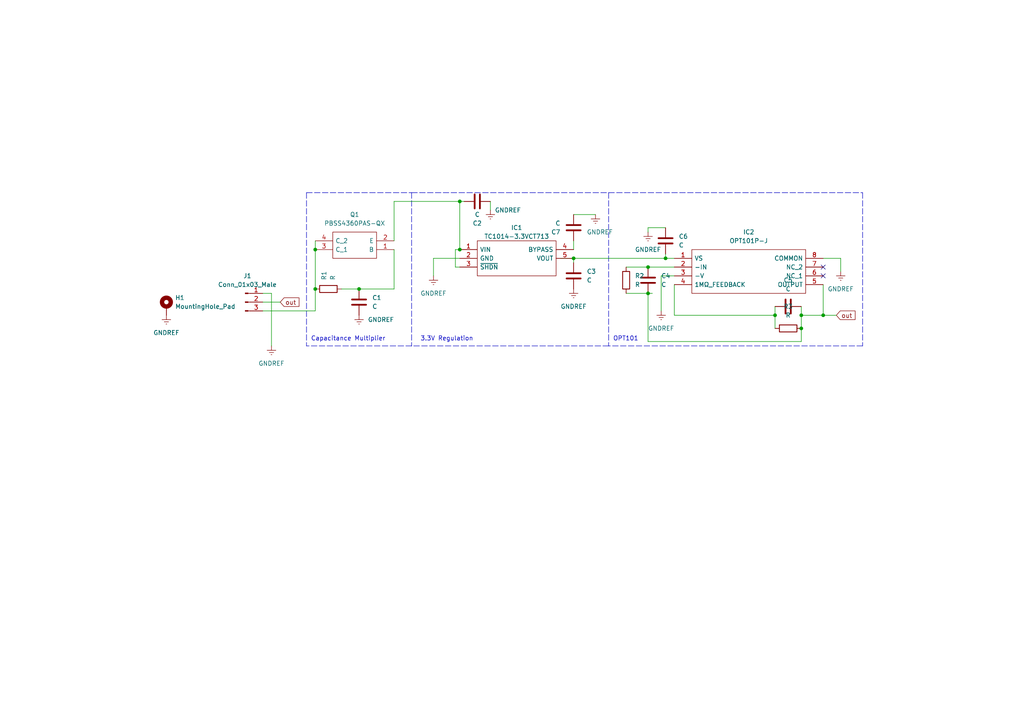
<source format=kicad_sch>
(kicad_sch (version 20211123) (generator eeschema)
  (paper "A4")
  (lib_symbols
    (symbol "Connector:Conn_01x03_Male" (pin_names (offset 1.016) hide)
      (property "Reference" "J" (at 0 5.08 0))
      (property "Value" "Conn_01x03_Male" (at 0 -5.08 0))
      (symbol "Conn_01x03_Male_1_1"
        (polyline (pts (xy 1.27 -2.54) (xy 0.8636 -2.54)) (stroke (width 0.1524)))
        (polyline (pts (xy 1.27 0) (xy 0.8636 0)) (stroke (width 0.1524)))
        (polyline (pts (xy 1.27 2.54) (xy 0.8636 2.54)) (stroke (width 0.1524)))
        (rectangle (start 0.8636 -2.413) (end 0 -2.667) (stroke (width 0.1524)) (fill (type outline)))
        (rectangle (start 0.8636 0.127) (end 0 -0.127) (stroke (width 0.1524)) (fill (type outline)))
        (rectangle (start 0.8636 2.667) (end 0 2.413) (stroke (width 0.1524)) (fill (type outline)))
        (pin passive line (at 5.08 2.54 180) (length 3.81) (name "Pin_1") (number "1"))
        (pin passive line (at 5.08 0 180) (length 3.81) (name "Pin_2") (number "2"))
        (pin passive line (at 5.08 -2.54 180) (length 3.81) (name "Pin_3") (number "3"))
      )
    )
    (symbol "Device:C" (pin_numbers hide) (pin_names (offset 0.254))
      (property "Reference" "C" (at 0.635 2.54 0))
      (property "Value" "C" (at 0.635 -2.54 0))
      (symbol "C_0_1"
        (polyline (pts (xy -2.032 -0.762) (xy 2.032 -0.762)) (stroke (width 0.508)))
        (polyline (pts (xy -2.032 0.762) (xy 2.032 0.762)) (stroke (width 0.508)))
      )
      (symbol "C_1_1"
        (pin passive line (at 0 3.81 270) (length 2.794) (name "~") (number "1"))
        (pin passive line (at 0 -3.81 90) (length 2.794) (name "~") (number "2"))
      )
    )
    (symbol "Device:R" (pin_numbers hide) (pin_names (offset 0))
      (property "Reference" "R" (at 2.032 0 90))
      (property "Value" "R" (at 0 0 90))
      (symbol "R_0_1"
        (rectangle (start -1.016 -2.54) (end 1.016 2.54) (stroke (width 0.254)))
      )
      (symbol "R_1_1"
        (pin passive line (at 0 3.81 270) (length 1.27) (name "~") (number "1"))
        (pin passive line (at 0 -3.81 90) (length 1.27) (name "~") (number "2"))
      )
    )
    (symbol "Mechanical:MountingHole_Pad" (pin_numbers hide) (pin_names (offset 1.016) hide)
      (property "Reference" "H" (at 0 6.35 0))
      (property "Value" "MountingHole_Pad" (at 0 4.445 0))
      (symbol "MountingHole_Pad_0_1"
        (circle (center 0 1.27) (radius 1.27) (stroke (width 1.27)))
      )
      (symbol "MountingHole_Pad_1_1"
        (pin input line (at 0 -2.54 90) (length 2.54) (name "1") (number "1"))
      )
    )
    (symbol "SamacSys_Parts:OPT101P-J" (pin_names (offset 0.762))
      (property "Reference" "IC" (at 39.37 7.62 0))
      (property "Value" "OPT101P-J" (at 39.37 5.08 0))
      (symbol "OPT101P-J_0_0"
        (pin passive line (at 0 0 0) (length 5.08) (name "VS") (number "1"))
        (pin passive line (at 0 -2.54 0) (length 5.08) (name "-IN") (number "2"))
        (pin passive line (at 0 -5.08 0) (length 5.08) (name "-V") (number "3"))
        (pin passive line (at 0 -7.62 0) (length 5.08) (name "1MΩ_FEEDBACK") (number "4"))
        (pin passive line (at 43.18 -7.62 180) (length 5.08) (name "OUTPUT") (number "5"))
        (pin passive line (at 43.18 -5.08 180) (length 5.08) (name "NC_1") (number "6"))
        (pin passive line (at 43.18 -2.54 180) (length 5.08) (name "NC_2") (number "7"))
        (pin passive line (at 43.18 0 180) (length 5.08) (name "COMMON") (number "8"))
      )
      (symbol "OPT101P-J_0_1"
        (polyline (pts (xy 5.08 2.54) (xy 38.1 2.54) (xy 38.1 -10.16) (xy 5.08 -10.16) (xy 5.08 2.54)) (stroke (width 0.1524)))
      )
    )
    (symbol "SamacSys_Parts:PBSS4360PAS-QX" (pin_names (offset 0.762))
      (property "Reference" "Q" (at 19.05 7.62 0))
      (property "Value" "PBSS4360PAS-QX" (at 19.05 5.08 0))
      (symbol "PBSS4360PAS-QX_0_0"
        (pin passive line (at 0 0 0) (length 5.08) (name "B") (number "1"))
        (pin passive line (at 0 -2.54 0) (length 5.08) (name "E") (number "2"))
        (pin passive line (at 22.86 0 180) (length 5.08) (name "C_1") (number "3"))
        (pin passive line (at 22.86 -2.54 180) (length 5.08) (name "C_2") (number "4"))
      )
      (symbol "PBSS4360PAS-QX_0_1"
        (polyline (pts (xy 5.08 2.54) (xy 17.78 2.54) (xy 17.78 -5.08) (xy 5.08 -5.08) (xy 5.08 2.54)) (stroke (width 0.1524)))
      )
    )
    (symbol "SamacSys_Parts:TC1014-3.3VCT713" (pin_names (offset 0.762))
      (property "Reference" "IC" (at 29.21 7.62 0))
      (property "Value" "TC1014-3.3VCT713" (at 29.21 5.08 0))
      (symbol "TC1014-3.3VCT713_0_0"
        (pin passive line (at 0 0 0) (length 5.08) (name "VIN") (number "1"))
        (pin passive line (at 0 -2.54 0) (length 5.08) (name "GND") (number "2"))
        (pin passive line (at 0 -5.08 0) (length 5.08) (name "~{SHDN}") (number "3"))
        (pin passive line (at 33.02 0 180) (length 5.08) (name "BYPASS") (number "4"))
        (pin passive line (at 33.02 -2.54 180) (length 5.08) (name "VOUT") (number "5"))
      )
      (symbol "TC1014-3.3VCT713_0_1"
        (polyline (pts (xy 5.08 2.54) (xy 27.94 2.54) (xy 27.94 -7.62) (xy 5.08 -7.62) (xy 5.08 2.54)) (stroke (width 0.1524)))
      )
    )
    (symbol "power:GNDREF" (power) (pin_names (offset 0))
      (property "Value" "GNDREF" (at 0 -3.81 0))
      (symbol "GNDREF_0_1"
        (polyline (pts (xy -0.635 -1.905) (xy 0.635 -1.905)))
        (polyline (pts (xy -0.127 -2.54) (xy 0.127 -2.54)))
        (polyline (pts (xy 0 -1.27) (xy 0 0)))
        (polyline (pts (xy 1.27 -1.27) (xy -1.27 -1.27)))
      )
      (symbol "GNDREF_1_1"
        (pin power_in line (at 0 0 270) (length 0) hide (name "GNDREF") (number "1"))
      )
    )
  )
  (junction (at 238.76 91.44))
  (junction (at 104.14 83.82))
  (junction (at 224.79 91.44))
  (junction (at 232.41 95.25))
  (junction (at 91.44 83.82))
  (junction (at 166.37 74.93))
  (junction (at 133.35 58.42))
  (junction (at 187.96 77.47))
  (junction (at 232.41 91.44))
  (junction (at 187.96 85.09))
  (junction (at 133.35 72.39))
  (junction (at 91.44 72.39))
  (junction (at 193.04 74.93))
  (no_connect (at 238.76 80.01))
  (no_connect (at 238.76 77.47))
  (wire (pts (xy 195.58 82.55) (xy 195.58 91.44)))
  (wire (pts (xy 193.04 74.93) (xy 195.58 74.93)))
  (wire (pts (xy 76.2 87.63) (xy 81.28 87.63)))
  (wire (pts (xy 133.35 72.39) (xy 132.08 72.39)))
  (wire (pts (xy 91.44 72.39) (xy 91.44 83.82)))
  (wire (pts (xy 162.56 74.93) (xy 166.37 74.93)))
  (wire (pts (xy 166.37 74.93) (xy 166.37 76.2)))
  (wire (pts (xy 232.41 95.25) (xy 232.41 99.06)))
  (wire (pts (xy 133.35 74.93) (xy 125.73 74.93)))
  (wire (pts (xy 91.44 83.82) (xy 91.44 90.17)))
  (wire (pts (xy 142.24 58.42) (xy 142.24 60.96)))
  (polyline (pts (xy 250.19 100.33) (xy 176.53 100.33)))
  (polyline (pts (xy 250.19 55.88) (xy 250.19 100.33)))
  (wire (pts (xy 104.14 83.82) (xy 114.3 83.82)))
  (wire (pts (xy 238.76 74.93) (xy 243.84 74.93)))
  (wire (pts (xy 78.74 85.09) (xy 76.2 85.09)))
  (wire (pts (xy 224.79 91.44) (xy 224.79 95.25)))
  (polyline (pts (xy 119.38 55.88) (xy 176.53 55.88)))
  (wire (pts (xy 187.96 85.09) (xy 189.23 85.09)))
  (wire (pts (xy 224.79 88.9) (xy 224.79 91.44)))
  (wire (pts (xy 238.76 91.44) (xy 242.57 91.44)))
  (polyline (pts (xy 176.53 100.33) (xy 119.38 100.33)))
  (wire (pts (xy 191.77 80.01) (xy 191.77 90.17)))
  (wire (pts (xy 132.08 77.47) (xy 133.35 77.47)))
  (polyline (pts (xy 88.9 55.88) (xy 88.9 100.33)))
  (wire (pts (xy 132.08 72.39) (xy 132.08 77.47)))
  (wire (pts (xy 166.37 74.93) (xy 193.04 74.93)))
  (wire (pts (xy 134.62 58.42) (xy 133.35 58.42)))
  (wire (pts (xy 181.61 85.09) (xy 187.96 85.09)))
  (wire (pts (xy 181.61 77.47) (xy 187.96 77.47)))
  (wire (pts (xy 166.37 72.39) (xy 166.37 69.85)))
  (wire (pts (xy 232.41 88.9) (xy 232.41 91.44)))
  (wire (pts (xy 232.41 91.44) (xy 232.41 95.25)))
  (wire (pts (xy 114.3 58.42) (xy 133.35 58.42)))
  (wire (pts (xy 232.41 91.44) (xy 238.76 91.44)))
  (wire (pts (xy 193.04 66.04) (xy 187.96 66.04)))
  (wire (pts (xy 133.35 58.42) (xy 133.35 72.39)))
  (wire (pts (xy 91.44 90.17) (xy 76.2 90.17)))
  (wire (pts (xy 243.84 74.93) (xy 243.84 78.74)))
  (wire (pts (xy 187.96 85.09) (xy 187.96 99.06)))
  (polyline (pts (xy 119.38 55.88) (xy 119.38 100.33)))
  (wire (pts (xy 91.44 72.39) (xy 91.44 69.85)))
  (polyline (pts (xy 119.38 100.33) (xy 88.9 100.33)))
  (polyline (pts (xy 176.53 55.88) (xy 176.53 100.33)))
  (wire (pts (xy 187.96 66.04) (xy 187.96 67.31)))
  (wire (pts (xy 193.04 73.66) (xy 193.04 74.93)))
  (wire (pts (xy 114.3 58.42) (xy 114.3 69.85)))
  (wire (pts (xy 195.58 80.01) (xy 191.77 80.01)))
  (wire (pts (xy 187.96 99.06) (xy 232.41 99.06)))
  (wire (pts (xy 125.73 74.93) (xy 125.73 80.01)))
  (polyline (pts (xy 88.9 55.88) (xy 119.38 55.88)))
  (wire (pts (xy 195.58 91.44) (xy 224.79 91.44)))
  (wire (pts (xy 114.3 83.82) (xy 114.3 72.39)))
  (wire (pts (xy 172.72 62.23) (xy 166.37 62.23)))
  (wire (pts (xy 78.74 85.09) (xy 78.74 100.33)))
  (wire (pts (xy 187.96 77.47) (xy 195.58 77.47)))
  (wire (pts (xy 99.06 83.82) (xy 104.14 83.82)))
  (polyline (pts (xy 176.53 55.88) (xy 250.19 55.88)))
  (wire (pts (xy 238.76 91.44) (xy 238.76 82.55)))
  (text "3.3V Regulation\n" (at 121.92 99.06 0) (effects (font (size 1.27 1.27)) (justify left bottom)))
  (text "OPT101\n" (at 177.8 99.06 0) (effects (font (size 1.27 1.27)) (justify left bottom)))
  (text "Capacitance Multiplier\n" (at 90.17 99.06 0) (effects (font (size 1.27 1.27)) (justify left bottom)))
  (global_label "out" (shape input) (at 242.57 91.44 0) (property "Intersheet References" "${INTERSHEET_REFS}" (effects hide)))
  (global_label "out" (shape input) (at 81.28 87.63 0) (property "Intersheet References" "${INTERSHEET_REFS}" (effects hide)))
  (symbol (lib_id "power:GNDREF") (at 78.74 100.33 0) (unit 1)
    (property "Reference" "#PWR0105" (effects hide))
    (property "Value" "GNDREF" (at 78.74 105.41 0))
  )
  (symbol (lib_id "power:GNDREF") (at 166.37 83.82 0) (unit 1)
    (property "Reference" "#PWR0103" (effects hide))
    (property "Value" "GNDREF" (at 166.37 88.9 0))
  )
  (symbol (lib_id "power:GNDREF") (at 48.26 91.44 0) (unit 1)
    (property "Reference" "#PWR0109" (effects hide))
    (property "Value" "GNDREF" (at 48.26 96.52 0))
  )
  (symbol (lib_id "Mechanical:MountingHole_Pad") (at 48.26 88.9 0) (unit 1)
    (property "Reference" "H1" (at 50.8 86.3599 0) (effects (justify left)))
    (property "Value" "MountingHole_Pad" (at 50.8 88.8999 0) (effects (justify left)))
    (property "Footprint" "MountingHole:MountingHole_4.3mm_M4_Pad" (effects hide))
  )
  (symbol (lib_id "Device:C") (at 166.37 66.04 0) (unit 1)
    (property "Reference" "C7" (at 162.56 67.3101 0) (effects (justify right)))
    (property "Value" "C" (at 162.56 64.7701 0) (effects (justify right)))
    (property "Footprint" "Capacitor_SMD:C_0805_2012Metric_Pad1.18x1.45mm_HandSolder" (effects hide))
  )
  (symbol (lib_id "power:GNDREF") (at 187.96 67.31 0) (unit 1)
    (property "Reference" "#PWR0108" (effects hide))
    (property "Value" "GNDREF" (at 187.96 72.39 0))
  )
  (symbol (lib_id "SamacSys_Parts:OPT101P-J") (at 195.58 74.93 0) (unit 1)
    (property "Reference" "IC2" (at 217.17 67.31 0))
    (property "Value" "OPT101P-J" (at 217.17 69.85 0))
    (property "Footprint" "OPT101PJ" (effects hide))
    (property "Datasheet" "http://www.ti.com/lit/gpn/opt101" (effects hide))
    (property "Description" "Texas Instruments OPT101P-J Infrared Photodetector Amplifier, Surface Mount SOP Package" (effects hide))
    (property "Height" "4.95" (effects hide))
    (property "Mouser Part Number" "595-OPT101P-J" (effects hide))
    (property "Mouser Price/Stock" "https://www.mouser.co.uk/ProductDetail/Texas-Instruments/OPT101P-J?qs=fJz2RDGtR41EUgoRxs%2FJaw%3D%3D" (effects hide))
    (property "Manufacturer_Name" "Texas Instruments" (effects hide))
    (property "Manufacturer_Part_Number" "OPT101P-J" (effects hide))
  )
  (symbol (lib_id "power:GNDREF") (at 191.77 90.17 0) (unit 1)
    (property "Reference" "#PWR0102" (effects hide))
    (property "Value" "GNDREF" (at 191.77 95.25 0))
  )
  (symbol (lib_id "power:GNDREF") (at 243.84 78.74 0) (unit 1)
    (property "Reference" "#PWR0101" (effects hide))
    (property "Value" "GNDREF" (at 243.84 83.82 0))
  )
  (symbol (lib_id "power:GNDREF") (at 172.72 62.23 0) (unit 1)
    (property "Reference" "#PWR0110" (effects hide))
    (property "Value" "GNDREF" (at 170.18 67.31 0) (effects (justify left)))
  )
  (symbol (lib_id "Device:R") (at 95.25 83.82 90) (unit 1)
    (property "Reference" "R1" (at 93.9799 81.28 0) (effects (justify left)))
    (property "Value" "R" (at 96.5199 81.28 0) (effects (justify left)))
    (property "Footprint" "Resistor_SMD:R_0805_2012Metric_Pad1.20x1.40mm_HandSolder" (effects hide))
  )
  (symbol (lib_id "SamacSys_Parts:TC1014-3.3VCT713") (at 133.35 72.39 0) (unit 1)
    (property "Reference" "IC1" (at 149.86 66.04 0))
    (property "Value" "TC1014-3.3VCT713" (at 149.86 68.58 0))
    (property "Footprint" "SOT95P280X145-5N" (effects hide))
    (property "Datasheet" "https://datasheet.datasheetarchive.com/originals/distributors/Datasheets-19/DSA-360691.pdf" (effects hide))
    (property "Description" "Microchip TC1014-3.3VCT713, LDO Voltage Regulator, 0.05A, 3.3 V +/-2.5%, 2.7  6 Vin, 5-Pin SOT-23" (effects hide))
    (property "Height" "1.45" (effects hide))
    (property "Mouser Part Number" "579-TC1014-3.3VCT713" (effects hide))
    (property "Mouser Price/Stock" "https://www.mouser.co.uk/ProductDetail/Microchip-Technology/TC1014-3.3VCT713?qs=wPbeaPfwU991F7oXZ7xn4Q%3D%3D" (effects hide))
    (property "Manufacturer_Name" "Microchip" (effects hide))
    (property "Manufacturer_Part_Number" "TC1014-3.3VCT713" (effects hide))
  )
  (symbol (lib_id "Device:C") (at 228.6 88.9 270) (unit 1)
    (property "Reference" "C5" (at 228.6 81.28 90))
    (property "Value" "C" (at 228.6 83.82 90))
    (property "Footprint" "Capacitor_SMD:C_0805_2012Metric_Pad1.18x1.45mm_HandSolder" (effects hide))
  )
  (symbol (lib_id "Device:C") (at 187.96 81.28 180) (unit 1)
    (property "Reference" "C4" (at 191.77 80.0099 0) (effects (justify right)))
    (property "Value" "C" (at 191.77 82.5499 0) (effects (justify right)))
    (property "Footprint" "Capacitor_SMD:C_0805_2012Metric_Pad1.18x1.45mm_HandSolder" (effects hide))
  )
  (symbol (lib_id "Connector:Conn_01x03_Male") (at 71.12 87.63 0) (unit 1)
    (property "Reference" "J1" (at 71.755 80.01 0))
    (property "Value" "Conn_01x03_Male" (at 71.755 82.55 0))
    (property "Footprint" "Connector_PinSocket_2.54mm:PinSocket_1x03_P2.54mm_Vertical" (effects hide))
  )
  (symbol (lib_id "Device:R") (at 181.61 81.28 180) (unit 1)
    (property "Reference" "R2" (at 184.15 80.0099 0) (effects (justify right)))
    (property "Value" "R" (at 184.15 82.5499 0) (effects (justify right)))
    (property "Footprint" "Resistor_SMD:R_0805_2012Metric_Pad1.20x1.40mm_HandSolder" (effects hide))
  )
  (symbol (lib_id "power:GNDREF") (at 142.24 60.96 0) (unit 1)
    (property "Reference" "#PWR0107" (effects hide))
    (property "Value" "GNDREF" (at 147.32 60.96 0))
  )
  (symbol (lib_id "SamacSys_Parts:PBSS4360PAS-QX") (at 114.3 72.39 180) (unit 1)
    (property "Reference" "Q1" (at 102.87 62.23 0))
    (property "Value" "PBSS4360PAS-QX" (at 102.87 64.77 0))
    (property "Footprint" "PBSS4310PASQX" (effects hide))
    (property "Datasheet" "https://assets.nexperia.com/documents/data-sheet/PBSS4310PAS-Q.pdf" (effects hide))
    (property "Description" "60 V, 3 A NPN low VCEsat transistor" (effects hide))
    (property "Height" "0.65" (effects hide))
    (property "Mouser Part Number" "771-PBSS4360PAS-QX" (effects hide))
    (property "Mouser Price/Stock" "https://www.mouser.co.uk/ProductDetail/Nexperia/PBSS4360PAS-QX?qs=vvQtp7zwQdOl1zNNy8zsCw%3D%3D" (effects hide))
    (property "Manufacturer_Name" "Nexperia" (effects hide))
    (property "Manufacturer_Part_Number" "PBSS4360PAS-QX" (effects hide))
  )
  (symbol (lib_id "Device:C") (at 104.14 87.63 180) (unit 1)
    (property "Reference" "C1" (at 107.95 86.3599 0) (effects (justify right)))
    (property "Value" "C" (at 107.95 88.8999 0) (effects (justify right)))
    (property "Footprint" "Capacitor_SMD:C_0805_2012Metric_Pad1.18x1.45mm_HandSolder" (effects hide))
  )
  (symbol (lib_id "power:GNDREF") (at 104.14 91.44 0) (unit 1)
    (property "Reference" "#PWR0104" (effects hide))
    (property "Value" "GNDREF" (at 110.49 92.71 0))
  )
  (symbol (lib_id "Device:R") (at 228.6 95.25 270) (unit 1)
    (property "Reference" "R3" (at 228.6 88.9 90))
    (property "Value" "R" (at 228.6 91.44 90))
    (property "Footprint" "Resistor_SMD:R_0805_2012Metric_Pad1.20x1.40mm_HandSolder" (effects hide))
  )
  (symbol (lib_id "power:GNDREF") (at 125.73 80.01 0) (unit 1)
    (property "Reference" "#PWR0106" (effects hide))
    (property "Value" "GNDREF" (at 125.73 85.09 0))
  )
  (symbol (lib_id "Device:C") (at 138.43 58.42 270) (unit 1)
    (property "Reference" "C2" (at 138.43 64.77 90))
    (property "Value" "C" (at 138.43 62.23 90))
    (property "Footprint" "Capacitor_SMD:C_0805_2012Metric_Pad1.18x1.45mm_HandSolder" (effects hide))
  )
  (symbol (lib_id "Device:C") (at 193.04 69.85 180) (unit 1)
    (property "Reference" "C6" (at 196.85 68.5799 0) (effects (justify right)))
    (property "Value" "C" (at 196.85 71.1199 0) (effects (justify right)))
    (property "Footprint" "Capacitor_SMD:C_0805_2012Metric_Pad1.18x1.45mm_HandSolder" (effects hide))
  )
  (symbol (lib_id "Device:C") (at 166.37 80.01 180) (unit 1)
    (property "Reference" "C3" (at 170.18 78.7399 0) (effects (justify right)))
    (property "Value" "C" (at 170.18 81.2799 0) (effects (justify right)))
    (property "Footprint" "Capacitor_SMD:C_0805_2012Metric_Pad1.18x1.45mm_HandSolder" (effects hide))
  )
)
</source>
